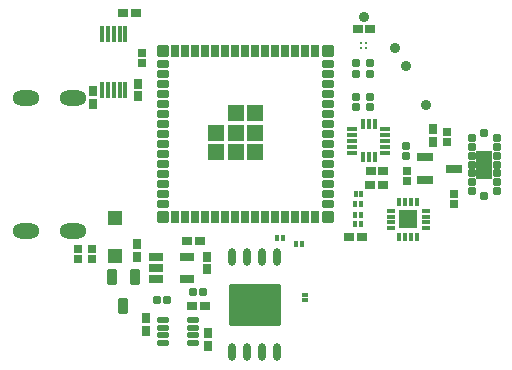
<source format=gts>
G04 Layer: TopSolderMaskLayer*
G04 Panelize: , Column: 1, Row: 1, Board Size: 43.14mm x 33.02mm, Panelized Board Size: 43.14mm x 33.02mm*
G04 EasyEDA v6.5.39, 2023-12-15 19:25:59*
G04 3b811ad68a954a9fa16293bbb790c8b3,9a4ed40c0dd746429eaf55b84663d2fb,10*
G04 Gerber Generator version 0.2*
G04 Scale: 100 percent, Rotated: No, Reflected: No *
G04 Dimensions in millimeters *
G04 leading zeros omitted , absolute positions ,4 integer and 5 decimal *
%FSLAX45Y45*%
%MOMM*%

%AMMACRO1*1,1,$1,$2,$3*1,1,$1,$4,$5*1,1,$1,0-$2,0-$3*1,1,$1,0-$4,0-$5*20,1,$1,$2,$3,$4,$5,0*20,1,$1,$4,$5,0-$2,0-$3,0*20,1,$1,0-$2,0-$3,0-$4,0-$5,0*20,1,$1,0-$4,0-$5,$2,$3,0*4,1,4,$2,$3,$4,$5,0-$2,0-$3,0-$4,0-$5,$2,$3,0*%
%AMMACRO2*4,1,4,-0.3016,-0.5016,-0.3016,0.5016,0.3016,0.5016,0.3016,-0.5016,-0.3016,-0.5016,0*%
%AMMACRO3*4,1,4,-0.3015,-0.5016,-0.3015,0.5016,0.3015,0.5016,0.3015,-0.5016,-0.3015,-0.5016,0*%
%ADD10MACRO1,0.2032X-0.5999X0.5999X0.5999X0.5999*%
%ADD11O,2.3015956X1.3015976000000002*%
%ADD12C,0.9000*%
%ADD13MACRO1,0.1016X0.395X0.27X0.395X-0.27*%
%ADD14MACRO1,0.1016X-0.395X0.27X-0.395X-0.27*%
%ADD15MACRO1,0.1016X-0.27X0.395X0.27X0.395*%
%ADD16MACRO1,0.1016X-0.27X-0.395X0.27X-0.395*%
%ADD17R,0.6416X0.8917*%
%ADD18MACRO1,0.1016X0.2828X0.27X0.2828X-0.27*%
%ADD19MACRO1,0.1016X-0.2828X0.27X-0.2828X-0.27*%
%ADD20MACRO1,0.1016X0.45X0.2X0.45X-0.2*%
%ADD21O,0.6615938X1.5015972*%
%ADD22MACRO1,0.1016X-2.15X-1.7X-2.15X1.7*%
%ADD23MACRO1,0.1016X-0.35X0.625X0.35X0.625*%
%ADD24MACRO1,0.1016X0.1516X0.162X0.1516X-0.162*%
%ADD25MACRO1,0.1016X-0.1516X0.162X-0.1516X-0.162*%
%ADD26MACRO1,0.1016X-0.5525X0.3111X-0.5525X-0.3111*%
%ADD27MACRO1,0.1016X-0.5525X0.3112X-0.5525X-0.3112*%
%ADD28MACRO1,0.1016X-0.5524X0.3111X-0.5524X-0.3111*%
%ADD29MACRO1,0.1016X-0.2828X-0.27X-0.2828X0.27*%
%ADD30MACRO1,0.1016X0.2828X-0.27X0.2828X0.27*%
%ADD31R,0.6416X0.6673*%
%ADD32MACRO1,0.1016X-0.395X-0.27X-0.395X0.27*%
%ADD33MACRO1,0.1016X0.395X-0.27X0.395X0.27*%
%ADD34R,1.3016X1.3016*%
%ADD35MACRO1,0.1X0.3X0.25X0.3X-0.25*%
%ADD36MACRO1,0.03X-0.15X0.65X0.15X0.65*%
%ADD37MACRO1,0.1016X-0.15X0.65X0.15X0.65*%
%ADD38MACRO1,0.1016X0.125X-0.3X-0.125X-0.3*%
%ADD39MACRO1,0.1016X0.3X0.125X0.3X-0.125*%
%ADD40MACRO1,0.1016X-0.125X0.3X0.125X0.3*%
%ADD41R,0.7016X0.3516*%
%ADD42R,1.6016X1.6016*%
%ADD43MACRO1,0.1016X-0.27X0.2828X0.27X0.2828*%
%ADD44MACRO1,0.1016X-0.27X-0.2828X0.27X-0.2828*%
%ADD45MACRO1,0.1016X-0.162X0.1516X0.162X0.1516*%
%ADD46MACRO1,0.1016X-0.162X-0.1516X0.162X-0.1516*%
%ADD47O,0.9015984X0.38160960000000005*%
%ADD48O,0.38160960000000005X0.9015984*%
%ADD49MACRO1,0.2032X-0.4001X0.4001X0.4001X0.4001*%
%ADD50MACRO2*%
%ADD51MACRO3*%
%ADD52MACRO1,0.2032X-0.4X0.4001X0.4X0.4001*%
%ADD53MACRO1,0.2032X-0.4X0.2X0.4X0.2*%
%ADD54MACRO1,0.2032X-0.4001X0.2X0.4001X0.2*%
%ADD55C,0.3016*%
%ADD56MACRO1,0.1X0.25X0.25X0.25X-0.25*%
%ADD57MACRO1,0.1X0.6X1.158X0.6X-1.158*%
%ADD58R,1.3516X0.8016*%
%ADD59R,0.0181X0.8016*%

%LPD*%
D10*
G01*
X52250Y1011948D03*
G01*
X52250Y846950D03*
G01*
X217248Y846950D03*
G01*
X382247Y846950D03*
G01*
X382247Y1011948D03*
G01*
X382247Y1176947D03*
G01*
X217248Y1176947D03*
G01*
X217248Y1011948D03*
D11*
G01*
X-1160447Y181907D03*
G01*
X-1560446Y181907D03*
G01*
X-1160447Y1305882D03*
G01*
X-1560446Y1305882D03*
D12*
G01*
X1562254Y1730265D03*
G01*
X1300609Y1991885D03*
G01*
X1823900Y1249697D03*
G01*
X1661695Y1582234D03*
D13*
G01*
X-149905Y-453897D03*
D14*
G01*
X-40893Y-453897D03*
D15*
G01*
X-540598Y-667405D03*
D16*
G01*
X-540598Y-558393D03*
D17*
G01*
X-18895Y-679584D03*
G01*
X-18895Y-788601D03*
D18*
G01*
X-450381Y-401998D03*
D19*
G01*
X-363815Y-401998D03*
D20*
G01*
X-399599Y-570600D03*
G01*
X-399599Y-635599D03*
G01*
X-399599Y-700598D03*
G01*
X-399599Y-765596D03*
G01*
X-147598Y-765596D03*
G01*
X-147598Y-700598D03*
G01*
X-147598Y-635599D03*
G01*
X-147598Y-570600D03*
D21*
G01*
X186438Y-845472D03*
G01*
X313438Y-845472D03*
G01*
X440438Y-845472D03*
G01*
X567438Y-845472D03*
G01*
X567438Y-39987D03*
G01*
X440438Y-39987D03*
G01*
X313438Y-39987D03*
G01*
X186438Y-39987D03*
D22*
G01*
X376936Y-442721D03*
D23*
G01*
X-734397Y-457067D03*
G01*
X-829393Y-207131D03*
G01*
X-639401Y-207131D03*
D24*
G01*
X1230937Y239107D03*
D25*
G01*
X1279248Y239107D03*
D24*
G01*
X1230175Y318101D03*
D25*
G01*
X1278486Y318101D03*
D24*
G01*
X1229413Y411065D03*
D25*
G01*
X1277724Y411065D03*
D24*
G01*
X1232715Y497171D03*
D25*
G01*
X1281026Y497171D03*
D15*
G01*
X-992886Y1258166D03*
D16*
G01*
X-992886Y1367177D03*
D26*
G01*
X-195879Y-225783D03*
D27*
G01*
X-195879Y-35834D03*
D26*
G01*
X-455884Y-35831D03*
G01*
X-455884Y-130746D03*
D28*
G01*
X-455881Y-225778D03*
D29*
G01*
X-59917Y-338099D03*
D30*
G01*
X-146483Y-338099D03*
D31*
G01*
X-1117851Y30319D03*
G01*
X-1117851Y-56243D03*
D32*
G01*
X-86464Y99568D03*
D33*
G01*
X-195475Y99568D03*
D15*
G01*
X-618997Y-34947D03*
D16*
G01*
X-618997Y74063D03*
D34*
G01*
X-801621Y289272D03*
G01*
X-801621Y-30716D03*
D35*
G01*
X-997965Y-52193D03*
G01*
X-997965Y27809D03*
D36*
G01*
X-916769Y1377092D03*
G01*
X-866782Y1377094D03*
G01*
X-816795Y1377094D03*
G01*
X-766782Y1377094D03*
G01*
X-716770Y1377094D03*
D37*
G01*
X-716795Y1847093D03*
G01*
X-766782Y1847093D03*
G01*
X-816770Y1847093D03*
G01*
X-866782Y1847093D03*
G01*
X-916795Y1847093D03*
D13*
G01*
X1248305Y1893945D03*
D14*
G01*
X1357317Y1893945D03*
D17*
G01*
X-25067Y-35212D03*
G01*
X-25067Y-144203D03*
G01*
X-606981Y1429859D03*
G01*
X-606981Y1320868D03*
D38*
G01*
X1602767Y129092D03*
G01*
X1652767Y129090D03*
G01*
X1702767Y129092D03*
G01*
X1752767Y129092D03*
D39*
G01*
X1827616Y204294D03*
G01*
X1827616Y254294D03*
G01*
X1827613Y304294D03*
G01*
X1827616Y354294D03*
D40*
G01*
X1752615Y429087D03*
G01*
X1702615Y429087D03*
G01*
X1652615Y429087D03*
G01*
X1602767Y429089D03*
D41*
G01*
X1527609Y354296D03*
G01*
X1527609Y304284D03*
G01*
X1527609Y254297D03*
G01*
X1527609Y204284D03*
D42*
G01*
X1677621Y279087D03*
D31*
G01*
X-578025Y1691200D03*
G01*
X-578025Y1604611D03*
D32*
G01*
X1467589Y689564D03*
D33*
G01*
X1358577Y689564D03*
D43*
G01*
X1235268Y1232548D03*
D44*
G01*
X1235268Y1319114D03*
D43*
G01*
X1352362Y1233818D03*
D44*
G01*
X1352362Y1320384D03*
D32*
G01*
X1465557Y572470D03*
D33*
G01*
X1356545Y572470D03*
D24*
G01*
X726442Y68099D03*
D25*
G01*
X774753Y68099D03*
D24*
G01*
X567156Y122936D03*
D25*
G01*
X615467Y122936D03*
D45*
G01*
X806957Y-405663D03*
D46*
G01*
X806957Y-357352D03*
D47*
G01*
X1481889Y844618D03*
G01*
X1481889Y894631D03*
G01*
X1481889Y944618D03*
G01*
X1481889Y994630D03*
G01*
X1481889Y1044618D03*
D48*
G01*
X1391871Y1084623D03*
G01*
X1341884Y1084623D03*
G01*
X1291871Y1084623D03*
D47*
G01*
X1201879Y1044618D03*
G01*
X1201879Y994630D03*
G01*
X1201879Y944618D03*
G01*
X1201879Y894631D03*
G01*
X1201879Y844618D03*
D48*
G01*
X1291871Y804638D03*
G01*
X1341884Y804638D03*
G01*
X1391871Y804638D03*
D49*
G01*
X-402991Y1704319D03*
D50*
G01*
X-298002Y1704306D03*
G01*
X-212989Y1704306D03*
G01*
X-128000Y1704306D03*
G01*
X-42986Y1704306D03*
G01*
X42001Y1704306D03*
D51*
G01*
X127002Y1704306D03*
D50*
G01*
X212003Y1704306D03*
G01*
X382005Y1704306D03*
D51*
G01*
X297004Y1704306D03*
G01*
X467006Y1704306D03*
D50*
G01*
X552008Y1704306D03*
G01*
X636996Y1704306D03*
G01*
X722010Y1704306D03*
G01*
X806998Y1704306D03*
G01*
X892012Y1704306D03*
D52*
G01*
X997005Y1704319D03*
D53*
G01*
X997005Y1599316D03*
G01*
X997005Y1514327D03*
G01*
X997005Y1429313D03*
G01*
X997005Y1344325D03*
G01*
X997005Y1259311D03*
G01*
X997005Y1174323D03*
G01*
X997005Y1089309D03*
G01*
X997005Y1004321D03*
G01*
X997005Y919332D03*
G01*
X997005Y834318D03*
G01*
X997005Y749330D03*
G01*
X997005Y664316D03*
G01*
X997005Y579328D03*
G01*
X997005Y494314D03*
G01*
X997005Y409326D03*
D52*
G01*
X997005Y304322D03*
D50*
G01*
X892012Y304309D03*
G01*
X806998Y304309D03*
G01*
X722010Y304309D03*
G01*
X636996Y304309D03*
G01*
X552008Y304309D03*
D51*
G01*
X467006Y304309D03*
D50*
G01*
X382005Y304309D03*
D51*
G01*
X297004Y304309D03*
D50*
G01*
X212003Y304309D03*
D51*
G01*
X127002Y304309D03*
D50*
G01*
X42001Y304309D03*
G01*
X-42986Y304309D03*
G01*
X-128000Y304309D03*
G01*
X-212989Y304309D03*
G01*
X-298002Y304309D03*
D49*
G01*
X-402991Y304322D03*
D54*
G01*
X-402991Y409326D03*
G01*
X-402991Y494314D03*
G01*
X-402991Y579328D03*
G01*
X-402991Y664316D03*
G01*
X-402991Y749330D03*
G01*
X-402991Y834318D03*
G01*
X-402991Y919332D03*
G01*
X-402991Y1004321D03*
G01*
X-402991Y1089309D03*
G01*
X-402991Y1174323D03*
G01*
X-402991Y1259311D03*
G01*
X-402991Y1344325D03*
G01*
X-402991Y1429313D03*
G01*
X-402991Y1599316D03*
G01*
X-402991Y1514327D03*
D55*
G01*
X1318262Y1771515D03*
G01*
X1318262Y1731535D03*
G01*
X1278282Y1771515D03*
G01*
X1278282Y1731535D03*
D43*
G01*
X1236553Y1514961D03*
D44*
G01*
X1236553Y1601527D03*
D43*
G01*
X1356441Y1514707D03*
D44*
G01*
X1356441Y1601273D03*
D13*
G01*
X-740224Y2030176D03*
D14*
G01*
X-631212Y2030176D03*
D56*
G01*
X2217464Y518963D03*
G01*
X2217464Y593965D03*
G01*
X2217464Y668963D03*
G01*
X2217464Y743964D03*
G01*
X2217464Y818963D03*
G01*
X2217464Y893964D03*
G01*
X2217464Y968963D03*
G01*
X2322465Y478963D03*
D57*
G01*
X2322466Y743966D03*
D56*
G01*
X2322465Y1008962D03*
G01*
X2427464Y518963D03*
G01*
X2427464Y593965D03*
G01*
X2427464Y668963D03*
G01*
X2427464Y743964D03*
G01*
X2427464Y818963D03*
G01*
X2427464Y893964D03*
G01*
X2427464Y968963D03*
D58*
G01*
X2065657Y709490D03*
G01*
X1815721Y614494D03*
G01*
X1815721Y804486D03*
D13*
G01*
X1177592Y129900D03*
D14*
G01*
X1286603Y129900D03*
D43*
G01*
X1661695Y816215D03*
D44*
G01*
X1661695Y902780D03*
D31*
G01*
X2067283Y492980D03*
G01*
X2067283Y406417D03*
G01*
X2004291Y1020081D03*
G01*
X2004291Y933518D03*
G01*
X1663804Y689475D03*
G01*
X1663804Y602912D03*
D15*
G01*
X1886097Y933691D03*
D16*
G01*
X1886097Y1042703D03*
M02*

</source>
